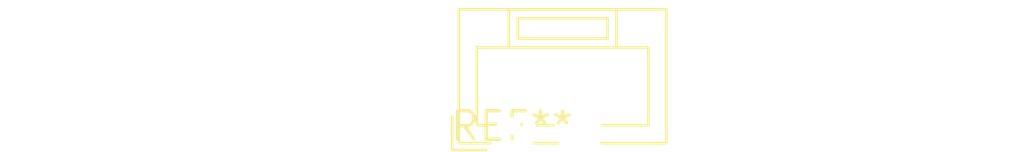
<source format=kicad_pcb>
(kicad_pcb (version 20240108) (generator pcbnew)
  (layers (0 "F.Cu" signal) (31 "B.Cu" signal) (34 "B.Paste" user) (35 "F.Paste" user) (36 "B.SilkS" user "B.Silkscreen") (37 "F.SilkS" user "F.Silkscreen") (38 "B.Mask" user) (39 "F.Mask" user) (44 "Edge.Cuts" user))
  (net 0 "")
  (footprint "JST_ZE_B04B-ZESK-D_1x04_P1.50mm_Vertical" (layer "F.Cu") (at 0 0)
    (property "Reference" "REF**")
    (property "Value" "JST_ZE_B04B-ZESK-D_1x04_P1.50mm_Vertical")
    (fp_line (start -2.66 -0.44) (end -2.66 1.06) (layer "F.SilkS") (stroke (width 0.12)))
    (fp_line (start -2.66 1.06) (end -1.16 1.06) (layer "F.SilkS") (stroke (width 0.12)))
    (fp_line (start -2.36 -5.21) (end 6.86 -5.21) (layer "F.SilkS") (stroke (width 0.12)))
    (fp_line (start -2.36 0.76) (end -2.36 -5.21) (layer "F.SilkS") (stroke (width 0.12)))
    (fp_line (start -1.56 -3.51) (end -1.56 -0.04) (layer "F.SilkS") (stroke (width 0.12)))
    (fp_line (start -1.56 -0.04) (end -1 -0.04) (layer "F.SilkS") (stroke (width 0.12)))
    (fp_line (start -0.96 0.76) (end -2.36 0.76) (layer "F.SilkS") (stroke (width 0.12)))
    (fp_line (start -0.14 -5.21) (end -0.14 -3.51) (layer "F.SilkS") (stroke (width 0.12)))
    (fp_line (start -0.14 -3.51) (end -1.56 -3.51) (layer "F.SilkS") (stroke (width 0.12)))
    (fp_line (start -0.14 -3.51) (end 4.64 -3.51) (layer "F.SilkS") (stroke (width 0.12)))
    (fp_line (start 0.26 -4.81) (end 0.26 -3.91) (layer "F.SilkS") (stroke (width 0.12)))
    (fp_line (start 0.26 -3.91) (end 4.24 -3.91) (layer "F.SilkS") (stroke (width 0.12)))
    (fp_line (start 0.96 0.76) (end 2.04 0.76) (layer "F.SilkS") (stroke (width 0.12)))
    (fp_line (start 1.135 -0.04) (end 1.865 -0.04) (layer "F.SilkS") (stroke (width 0.12)))
    (fp_line (start 4.24 -4.81) (end 0.26 -4.81) (layer "F.SilkS") (stroke (width 0.12)))
    (fp_line (start 4.24 -3.91) (end 4.24 -4.81) (layer "F.SilkS") (stroke (width 0.12)))
    (fp_line (start 4.64 -5.21) (end -0.14 -5.21) (layer "F.SilkS") (stroke (width 0.12)))
    (fp_line (start 4.64 -3.51) (end 4.64 -5.21) (layer "F.SilkS") (stroke (width 0.12)))
    (fp_line (start 4.64 -3.51) (end 6.06 -3.51) (layer "F.SilkS") (stroke (width 0.12)))
    (fp_line (start 6.06 -3.51) (end 6.06 -0.04) (layer "F.SilkS") (stroke (width 0.12)))
    (fp_line (start 6.06 -0.04) (end 4 -0.04) (layer "F.SilkS") (stroke (width 0.12)))
    (fp_line (start 6.86 -5.21) (end 6.86 0.76) (layer "F.SilkS") (stroke (width 0.12)))
    (fp_line (start 6.86 0.76) (end 3.96 0.76) (layer "F.SilkS") (stroke (width 0.12)))
    (pad "1" thru_hole custom (at 0 0) (size 1.117157 1.117157) (drill 0.75) (layers *.Cu *.Mask) (remove_unused_layers) (options (clearance outline) (anchor circle)) (primitives (gr_poly (pts (xy 0.45 -0.225) (xy 0.45 0.625) (xy -0.45 0.625) (xy -0.45 -0.625) (xy 0.05 -0.625)) (width 0.5) (fill yes))))
    (pad "2" thru_hole oval (at 1.5 -2) (size 1.4 1.75) (drill 0.75) (layers *.Cu *.Mask) (remove_unused_layers))
    (pad "3" thru_hole oval (at 3 0) (size 1.4 1.75) (drill 0.75) (layers *.Cu *.Mask) (remove_unused_layers))
    (pad "4" thru_hole oval (at 4.5 -2) (size 1.4 1.75) (drill 0.75) (layers *.Cu *.Mask) (remove_unused_layers))
  )
)
</source>
